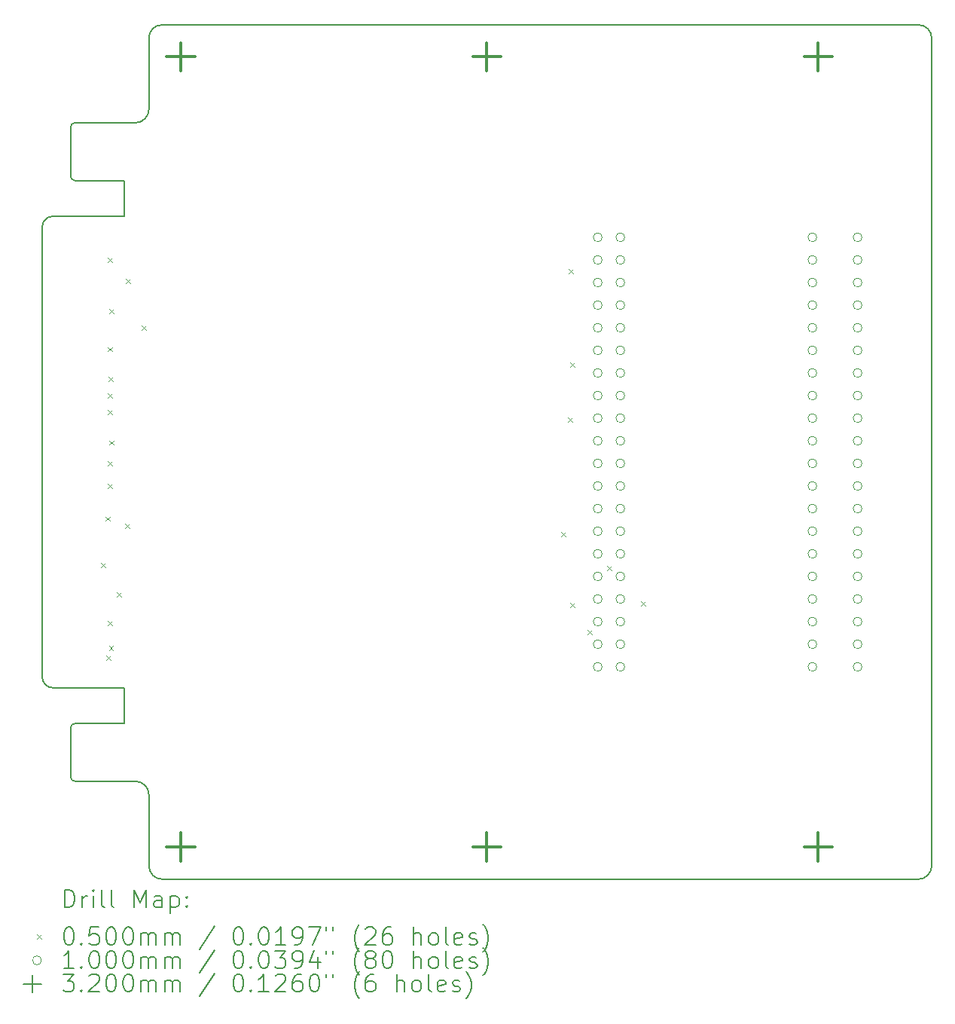
<source format=gbr>
%TF.GenerationSoftware,KiCad,Pcbnew,7.0.10-7.0.10~ubuntu22.04.1*%
%TF.CreationDate,2024-01-31T00:34:11-08:00*%
%TF.ProjectId,r11,7231312e-6b69-4636-9164-5f7063625858,rev?*%
%TF.SameCoordinates,Original*%
%TF.FileFunction,Drillmap*%
%TF.FilePolarity,Positive*%
%FSLAX45Y45*%
G04 Gerber Fmt 4.5, Leading zero omitted, Abs format (unit mm)*
G04 Created by KiCad (PCBNEW 7.0.10-7.0.10~ubuntu22.04.1) date 2024-01-31 00:34:11*
%MOMM*%
%LPD*%
G01*
G04 APERTURE LIST*
%ADD10C,0.150000*%
%ADD11C,0.200000*%
%ADD12C,0.100000*%
%ADD13C,0.320000*%
G04 APERTURE END LIST*
D10*
X15160600Y-1854800D02*
X14960600Y-1854800D01*
X15310600Y-11304800D02*
X15310600Y-2004800D01*
X14960600Y-11454800D02*
X15160600Y-11454800D01*
X6510600Y-2004800D02*
X6510600Y-2804800D01*
X14960600Y-1854800D02*
X6660600Y-1854800D01*
X6660600Y-11454800D02*
X14960600Y-11454800D01*
X6510600Y-10504800D02*
X6510600Y-11304800D01*
X5680600Y-10354800D02*
X6360600Y-10354800D01*
X5630600Y-9754800D02*
X5630600Y-10304800D01*
X5680600Y-9704800D02*
X6230600Y-9704800D01*
X5680600Y-2954800D02*
X6360600Y-2954800D01*
X5630600Y-3004800D02*
X5630600Y-3554800D01*
X5680600Y-3604800D02*
X6230600Y-3604800D01*
X5630600Y-10304800D02*
G75*
G03*
X5680600Y-10354800I50000J0D01*
G01*
X5680600Y-9704800D02*
G75*
G03*
X5630600Y-9754800I0J-50000D01*
G01*
X6510600Y-10504800D02*
G75*
G03*
X6360600Y-10354800I-150000J0D01*
G01*
X6510600Y-11304800D02*
G75*
G03*
X6660600Y-11454800I150000J0D01*
G01*
X15160600Y-11454800D02*
G75*
G03*
X15310600Y-11304800I0J150000D01*
G01*
X15310600Y-2004800D02*
G75*
G03*
X15160600Y-1854800I-150000J0D01*
G01*
X6660600Y-1854800D02*
G75*
G03*
X6510600Y-2004800I0J-150000D01*
G01*
X6360600Y-2954800D02*
G75*
G03*
X6510600Y-2804800I0J150000D01*
G01*
X5680600Y-2954800D02*
G75*
G03*
X5630600Y-3004800I0J-50000D01*
G01*
X5630600Y-3554800D02*
G75*
G03*
X5680600Y-3604800I50000J0D01*
G01*
X5310600Y-4129800D02*
X5310600Y-4154800D01*
X5435600Y-4004800D02*
X5510600Y-4004800D01*
X5435600Y-4004800D02*
G75*
G03*
X5310600Y-4129800I0J-125000D01*
G01*
X5310600Y-9179800D02*
X5310600Y-9154800D01*
X5435600Y-9304800D02*
X5510600Y-9304800D01*
X5310600Y-9179800D02*
G75*
G03*
X5435600Y-9304800I125000J0D01*
G01*
X6230600Y-9304800D02*
X6230600Y-9704800D01*
X5510600Y-9304800D02*
X6230600Y-9304800D01*
X6230600Y-4004800D02*
X6230600Y-3604800D01*
X5510600Y-4004800D02*
X6230600Y-4004800D01*
X5310600Y-4154800D02*
X5310600Y-9154800D01*
D11*
D12*
X5971900Y-7899800D02*
X6021900Y-7949800D01*
X6021900Y-7899800D02*
X5971900Y-7949800D01*
X6019790Y-7379840D02*
X6069790Y-7429840D01*
X6069790Y-7379840D02*
X6019790Y-7429840D01*
X6030680Y-8938600D02*
X6080680Y-8988600D01*
X6080680Y-8938600D02*
X6030680Y-8988600D01*
X6045280Y-5475240D02*
X6095280Y-5525240D01*
X6095280Y-5475240D02*
X6045280Y-5525240D01*
X6045280Y-7014600D02*
X6095280Y-7064600D01*
X6095280Y-7014600D02*
X6045280Y-7064600D01*
X6045300Y-6756800D02*
X6095300Y-6806800D01*
X6095300Y-6756800D02*
X6045300Y-6806800D01*
X6047200Y-4470800D02*
X6097200Y-4520800D01*
X6097200Y-4470800D02*
X6047200Y-4520800D01*
X6047200Y-5994800D02*
X6097200Y-6044800D01*
X6097200Y-5994800D02*
X6047200Y-6044800D01*
X6048580Y-6185300D02*
X6098580Y-6235300D01*
X6098580Y-6185300D02*
X6048580Y-6235300D01*
X6049080Y-8554120D02*
X6099080Y-8604120D01*
X6099080Y-8554120D02*
X6049080Y-8604120D01*
X6060170Y-5813410D02*
X6110170Y-5863410D01*
X6110170Y-5813410D02*
X6060170Y-5863410D01*
X6061310Y-8830840D02*
X6111310Y-8880840D01*
X6111310Y-8830840D02*
X6061310Y-8880840D01*
X6061710Y-6525330D02*
X6111710Y-6575330D01*
X6111710Y-6525330D02*
X6061710Y-6575330D01*
X6062860Y-5048720D02*
X6112860Y-5098720D01*
X6112860Y-5048720D02*
X6062860Y-5098720D01*
X6147200Y-8230000D02*
X6197200Y-8280000D01*
X6197200Y-8230000D02*
X6147200Y-8280000D01*
X6245320Y-7457530D02*
X6295320Y-7507530D01*
X6295320Y-7457530D02*
X6245320Y-7507530D01*
X6248800Y-4705800D02*
X6298800Y-4755800D01*
X6298800Y-4705800D02*
X6248800Y-4755800D01*
X6426600Y-5232800D02*
X6476600Y-5282800D01*
X6476600Y-5232800D02*
X6426600Y-5282800D01*
X11146050Y-7557290D02*
X11196050Y-7607290D01*
X11196050Y-7557290D02*
X11146050Y-7607290D01*
X11222230Y-6262990D02*
X11272230Y-6312990D01*
X11272230Y-6262990D02*
X11222230Y-6312990D01*
X11231120Y-4595800D02*
X11281120Y-4645800D01*
X11281120Y-4595800D02*
X11231120Y-4645800D01*
X11249150Y-5649550D02*
X11299150Y-5699550D01*
X11299150Y-5649550D02*
X11249150Y-5699550D01*
X11249150Y-8348280D02*
X11299150Y-8398280D01*
X11299150Y-8348280D02*
X11249150Y-8398280D01*
X11443150Y-8656500D02*
X11493150Y-8706500D01*
X11493150Y-8656500D02*
X11443150Y-8706500D01*
X11665410Y-7932420D02*
X11715410Y-7982420D01*
X11715410Y-7932420D02*
X11665410Y-7982420D01*
X12041810Y-8329850D02*
X12091810Y-8379850D01*
X12091810Y-8329850D02*
X12041810Y-8379850D01*
X11607000Y-4241800D02*
G75*
G03*
X11507000Y-4241800I-50000J0D01*
G01*
X11507000Y-4241800D02*
G75*
G03*
X11607000Y-4241800I50000J0D01*
G01*
X11607000Y-4495800D02*
G75*
G03*
X11507000Y-4495800I-50000J0D01*
G01*
X11507000Y-4495800D02*
G75*
G03*
X11607000Y-4495800I50000J0D01*
G01*
X11607000Y-4749800D02*
G75*
G03*
X11507000Y-4749800I-50000J0D01*
G01*
X11507000Y-4749800D02*
G75*
G03*
X11607000Y-4749800I50000J0D01*
G01*
X11607000Y-5003800D02*
G75*
G03*
X11507000Y-5003800I-50000J0D01*
G01*
X11507000Y-5003800D02*
G75*
G03*
X11607000Y-5003800I50000J0D01*
G01*
X11607000Y-5257800D02*
G75*
G03*
X11507000Y-5257800I-50000J0D01*
G01*
X11507000Y-5257800D02*
G75*
G03*
X11607000Y-5257800I50000J0D01*
G01*
X11607000Y-5511800D02*
G75*
G03*
X11507000Y-5511800I-50000J0D01*
G01*
X11507000Y-5511800D02*
G75*
G03*
X11607000Y-5511800I50000J0D01*
G01*
X11607000Y-5765800D02*
G75*
G03*
X11507000Y-5765800I-50000J0D01*
G01*
X11507000Y-5765800D02*
G75*
G03*
X11607000Y-5765800I50000J0D01*
G01*
X11607000Y-6019800D02*
G75*
G03*
X11507000Y-6019800I-50000J0D01*
G01*
X11507000Y-6019800D02*
G75*
G03*
X11607000Y-6019800I50000J0D01*
G01*
X11607000Y-6273800D02*
G75*
G03*
X11507000Y-6273800I-50000J0D01*
G01*
X11507000Y-6273800D02*
G75*
G03*
X11607000Y-6273800I50000J0D01*
G01*
X11607000Y-6527800D02*
G75*
G03*
X11507000Y-6527800I-50000J0D01*
G01*
X11507000Y-6527800D02*
G75*
G03*
X11607000Y-6527800I50000J0D01*
G01*
X11607000Y-6781800D02*
G75*
G03*
X11507000Y-6781800I-50000J0D01*
G01*
X11507000Y-6781800D02*
G75*
G03*
X11607000Y-6781800I50000J0D01*
G01*
X11607000Y-7035800D02*
G75*
G03*
X11507000Y-7035800I-50000J0D01*
G01*
X11507000Y-7035800D02*
G75*
G03*
X11607000Y-7035800I50000J0D01*
G01*
X11607000Y-7289800D02*
G75*
G03*
X11507000Y-7289800I-50000J0D01*
G01*
X11507000Y-7289800D02*
G75*
G03*
X11607000Y-7289800I50000J0D01*
G01*
X11607000Y-7543800D02*
G75*
G03*
X11507000Y-7543800I-50000J0D01*
G01*
X11507000Y-7543800D02*
G75*
G03*
X11607000Y-7543800I50000J0D01*
G01*
X11607000Y-7797800D02*
G75*
G03*
X11507000Y-7797800I-50000J0D01*
G01*
X11507000Y-7797800D02*
G75*
G03*
X11607000Y-7797800I50000J0D01*
G01*
X11607000Y-8051800D02*
G75*
G03*
X11507000Y-8051800I-50000J0D01*
G01*
X11507000Y-8051800D02*
G75*
G03*
X11607000Y-8051800I50000J0D01*
G01*
X11607000Y-8305800D02*
G75*
G03*
X11507000Y-8305800I-50000J0D01*
G01*
X11507000Y-8305800D02*
G75*
G03*
X11607000Y-8305800I50000J0D01*
G01*
X11607000Y-8559800D02*
G75*
G03*
X11507000Y-8559800I-50000J0D01*
G01*
X11507000Y-8559800D02*
G75*
G03*
X11607000Y-8559800I50000J0D01*
G01*
X11607000Y-8813800D02*
G75*
G03*
X11507000Y-8813800I-50000J0D01*
G01*
X11507000Y-8813800D02*
G75*
G03*
X11607000Y-8813800I50000J0D01*
G01*
X11607000Y-9067800D02*
G75*
G03*
X11507000Y-9067800I-50000J0D01*
G01*
X11507000Y-9067800D02*
G75*
G03*
X11607000Y-9067800I50000J0D01*
G01*
X11861000Y-4241800D02*
G75*
G03*
X11761000Y-4241800I-50000J0D01*
G01*
X11761000Y-4241800D02*
G75*
G03*
X11861000Y-4241800I50000J0D01*
G01*
X11861000Y-4495800D02*
G75*
G03*
X11761000Y-4495800I-50000J0D01*
G01*
X11761000Y-4495800D02*
G75*
G03*
X11861000Y-4495800I50000J0D01*
G01*
X11861000Y-4749800D02*
G75*
G03*
X11761000Y-4749800I-50000J0D01*
G01*
X11761000Y-4749800D02*
G75*
G03*
X11861000Y-4749800I50000J0D01*
G01*
X11861000Y-5003800D02*
G75*
G03*
X11761000Y-5003800I-50000J0D01*
G01*
X11761000Y-5003800D02*
G75*
G03*
X11861000Y-5003800I50000J0D01*
G01*
X11861000Y-5257800D02*
G75*
G03*
X11761000Y-5257800I-50000J0D01*
G01*
X11761000Y-5257800D02*
G75*
G03*
X11861000Y-5257800I50000J0D01*
G01*
X11861000Y-5511800D02*
G75*
G03*
X11761000Y-5511800I-50000J0D01*
G01*
X11761000Y-5511800D02*
G75*
G03*
X11861000Y-5511800I50000J0D01*
G01*
X11861000Y-5765800D02*
G75*
G03*
X11761000Y-5765800I-50000J0D01*
G01*
X11761000Y-5765800D02*
G75*
G03*
X11861000Y-5765800I50000J0D01*
G01*
X11861000Y-6019800D02*
G75*
G03*
X11761000Y-6019800I-50000J0D01*
G01*
X11761000Y-6019800D02*
G75*
G03*
X11861000Y-6019800I50000J0D01*
G01*
X11861000Y-6273800D02*
G75*
G03*
X11761000Y-6273800I-50000J0D01*
G01*
X11761000Y-6273800D02*
G75*
G03*
X11861000Y-6273800I50000J0D01*
G01*
X11861000Y-6527800D02*
G75*
G03*
X11761000Y-6527800I-50000J0D01*
G01*
X11761000Y-6527800D02*
G75*
G03*
X11861000Y-6527800I50000J0D01*
G01*
X11861000Y-6781800D02*
G75*
G03*
X11761000Y-6781800I-50000J0D01*
G01*
X11761000Y-6781800D02*
G75*
G03*
X11861000Y-6781800I50000J0D01*
G01*
X11861000Y-7035800D02*
G75*
G03*
X11761000Y-7035800I-50000J0D01*
G01*
X11761000Y-7035800D02*
G75*
G03*
X11861000Y-7035800I50000J0D01*
G01*
X11861000Y-7289800D02*
G75*
G03*
X11761000Y-7289800I-50000J0D01*
G01*
X11761000Y-7289800D02*
G75*
G03*
X11861000Y-7289800I50000J0D01*
G01*
X11861000Y-7543800D02*
G75*
G03*
X11761000Y-7543800I-50000J0D01*
G01*
X11761000Y-7543800D02*
G75*
G03*
X11861000Y-7543800I50000J0D01*
G01*
X11861000Y-7797800D02*
G75*
G03*
X11761000Y-7797800I-50000J0D01*
G01*
X11761000Y-7797800D02*
G75*
G03*
X11861000Y-7797800I50000J0D01*
G01*
X11861000Y-8051800D02*
G75*
G03*
X11761000Y-8051800I-50000J0D01*
G01*
X11761000Y-8051800D02*
G75*
G03*
X11861000Y-8051800I50000J0D01*
G01*
X11861000Y-8305800D02*
G75*
G03*
X11761000Y-8305800I-50000J0D01*
G01*
X11761000Y-8305800D02*
G75*
G03*
X11861000Y-8305800I50000J0D01*
G01*
X11861000Y-8559800D02*
G75*
G03*
X11761000Y-8559800I-50000J0D01*
G01*
X11761000Y-8559800D02*
G75*
G03*
X11861000Y-8559800I50000J0D01*
G01*
X11861000Y-8813800D02*
G75*
G03*
X11761000Y-8813800I-50000J0D01*
G01*
X11761000Y-8813800D02*
G75*
G03*
X11861000Y-8813800I50000J0D01*
G01*
X11861000Y-9067800D02*
G75*
G03*
X11761000Y-9067800I-50000J0D01*
G01*
X11761000Y-9067800D02*
G75*
G03*
X11861000Y-9067800I50000J0D01*
G01*
X14020000Y-4241800D02*
G75*
G03*
X13920000Y-4241800I-50000J0D01*
G01*
X13920000Y-4241800D02*
G75*
G03*
X14020000Y-4241800I50000J0D01*
G01*
X14020000Y-4495800D02*
G75*
G03*
X13920000Y-4495800I-50000J0D01*
G01*
X13920000Y-4495800D02*
G75*
G03*
X14020000Y-4495800I50000J0D01*
G01*
X14020000Y-4749800D02*
G75*
G03*
X13920000Y-4749800I-50000J0D01*
G01*
X13920000Y-4749800D02*
G75*
G03*
X14020000Y-4749800I50000J0D01*
G01*
X14020000Y-5003800D02*
G75*
G03*
X13920000Y-5003800I-50000J0D01*
G01*
X13920000Y-5003800D02*
G75*
G03*
X14020000Y-5003800I50000J0D01*
G01*
X14020000Y-5257800D02*
G75*
G03*
X13920000Y-5257800I-50000J0D01*
G01*
X13920000Y-5257800D02*
G75*
G03*
X14020000Y-5257800I50000J0D01*
G01*
X14020000Y-5511800D02*
G75*
G03*
X13920000Y-5511800I-50000J0D01*
G01*
X13920000Y-5511800D02*
G75*
G03*
X14020000Y-5511800I50000J0D01*
G01*
X14020000Y-5765800D02*
G75*
G03*
X13920000Y-5765800I-50000J0D01*
G01*
X13920000Y-5765800D02*
G75*
G03*
X14020000Y-5765800I50000J0D01*
G01*
X14020000Y-6019800D02*
G75*
G03*
X13920000Y-6019800I-50000J0D01*
G01*
X13920000Y-6019800D02*
G75*
G03*
X14020000Y-6019800I50000J0D01*
G01*
X14020000Y-6273800D02*
G75*
G03*
X13920000Y-6273800I-50000J0D01*
G01*
X13920000Y-6273800D02*
G75*
G03*
X14020000Y-6273800I50000J0D01*
G01*
X14020000Y-6527800D02*
G75*
G03*
X13920000Y-6527800I-50000J0D01*
G01*
X13920000Y-6527800D02*
G75*
G03*
X14020000Y-6527800I50000J0D01*
G01*
X14020000Y-6781800D02*
G75*
G03*
X13920000Y-6781800I-50000J0D01*
G01*
X13920000Y-6781800D02*
G75*
G03*
X14020000Y-6781800I50000J0D01*
G01*
X14020000Y-7035800D02*
G75*
G03*
X13920000Y-7035800I-50000J0D01*
G01*
X13920000Y-7035800D02*
G75*
G03*
X14020000Y-7035800I50000J0D01*
G01*
X14020000Y-7289800D02*
G75*
G03*
X13920000Y-7289800I-50000J0D01*
G01*
X13920000Y-7289800D02*
G75*
G03*
X14020000Y-7289800I50000J0D01*
G01*
X14020000Y-7543800D02*
G75*
G03*
X13920000Y-7543800I-50000J0D01*
G01*
X13920000Y-7543800D02*
G75*
G03*
X14020000Y-7543800I50000J0D01*
G01*
X14020000Y-7797800D02*
G75*
G03*
X13920000Y-7797800I-50000J0D01*
G01*
X13920000Y-7797800D02*
G75*
G03*
X14020000Y-7797800I50000J0D01*
G01*
X14020000Y-8051800D02*
G75*
G03*
X13920000Y-8051800I-50000J0D01*
G01*
X13920000Y-8051800D02*
G75*
G03*
X14020000Y-8051800I50000J0D01*
G01*
X14020000Y-8305800D02*
G75*
G03*
X13920000Y-8305800I-50000J0D01*
G01*
X13920000Y-8305800D02*
G75*
G03*
X14020000Y-8305800I50000J0D01*
G01*
X14020000Y-8559800D02*
G75*
G03*
X13920000Y-8559800I-50000J0D01*
G01*
X13920000Y-8559800D02*
G75*
G03*
X14020000Y-8559800I50000J0D01*
G01*
X14020000Y-8813800D02*
G75*
G03*
X13920000Y-8813800I-50000J0D01*
G01*
X13920000Y-8813800D02*
G75*
G03*
X14020000Y-8813800I50000J0D01*
G01*
X14020000Y-9067800D02*
G75*
G03*
X13920000Y-9067800I-50000J0D01*
G01*
X13920000Y-9067800D02*
G75*
G03*
X14020000Y-9067800I50000J0D01*
G01*
X14528000Y-4241800D02*
G75*
G03*
X14428000Y-4241800I-50000J0D01*
G01*
X14428000Y-4241800D02*
G75*
G03*
X14528000Y-4241800I50000J0D01*
G01*
X14528000Y-4495800D02*
G75*
G03*
X14428000Y-4495800I-50000J0D01*
G01*
X14428000Y-4495800D02*
G75*
G03*
X14528000Y-4495800I50000J0D01*
G01*
X14528000Y-4749800D02*
G75*
G03*
X14428000Y-4749800I-50000J0D01*
G01*
X14428000Y-4749800D02*
G75*
G03*
X14528000Y-4749800I50000J0D01*
G01*
X14528000Y-5003800D02*
G75*
G03*
X14428000Y-5003800I-50000J0D01*
G01*
X14428000Y-5003800D02*
G75*
G03*
X14528000Y-5003800I50000J0D01*
G01*
X14528000Y-5257800D02*
G75*
G03*
X14428000Y-5257800I-50000J0D01*
G01*
X14428000Y-5257800D02*
G75*
G03*
X14528000Y-5257800I50000J0D01*
G01*
X14528000Y-5511800D02*
G75*
G03*
X14428000Y-5511800I-50000J0D01*
G01*
X14428000Y-5511800D02*
G75*
G03*
X14528000Y-5511800I50000J0D01*
G01*
X14528000Y-5765800D02*
G75*
G03*
X14428000Y-5765800I-50000J0D01*
G01*
X14428000Y-5765800D02*
G75*
G03*
X14528000Y-5765800I50000J0D01*
G01*
X14528000Y-6019800D02*
G75*
G03*
X14428000Y-6019800I-50000J0D01*
G01*
X14428000Y-6019800D02*
G75*
G03*
X14528000Y-6019800I50000J0D01*
G01*
X14528000Y-6273800D02*
G75*
G03*
X14428000Y-6273800I-50000J0D01*
G01*
X14428000Y-6273800D02*
G75*
G03*
X14528000Y-6273800I50000J0D01*
G01*
X14528000Y-6527800D02*
G75*
G03*
X14428000Y-6527800I-50000J0D01*
G01*
X14428000Y-6527800D02*
G75*
G03*
X14528000Y-6527800I50000J0D01*
G01*
X14528000Y-6781800D02*
G75*
G03*
X14428000Y-6781800I-50000J0D01*
G01*
X14428000Y-6781800D02*
G75*
G03*
X14528000Y-6781800I50000J0D01*
G01*
X14528000Y-7035800D02*
G75*
G03*
X14428000Y-7035800I-50000J0D01*
G01*
X14428000Y-7035800D02*
G75*
G03*
X14528000Y-7035800I50000J0D01*
G01*
X14528000Y-7289800D02*
G75*
G03*
X14428000Y-7289800I-50000J0D01*
G01*
X14428000Y-7289800D02*
G75*
G03*
X14528000Y-7289800I50000J0D01*
G01*
X14528000Y-7543800D02*
G75*
G03*
X14428000Y-7543800I-50000J0D01*
G01*
X14428000Y-7543800D02*
G75*
G03*
X14528000Y-7543800I50000J0D01*
G01*
X14528000Y-7797800D02*
G75*
G03*
X14428000Y-7797800I-50000J0D01*
G01*
X14428000Y-7797800D02*
G75*
G03*
X14528000Y-7797800I50000J0D01*
G01*
X14528000Y-8051800D02*
G75*
G03*
X14428000Y-8051800I-50000J0D01*
G01*
X14428000Y-8051800D02*
G75*
G03*
X14528000Y-8051800I50000J0D01*
G01*
X14528000Y-8305800D02*
G75*
G03*
X14428000Y-8305800I-50000J0D01*
G01*
X14428000Y-8305800D02*
G75*
G03*
X14528000Y-8305800I50000J0D01*
G01*
X14528000Y-8559800D02*
G75*
G03*
X14428000Y-8559800I-50000J0D01*
G01*
X14428000Y-8559800D02*
G75*
G03*
X14528000Y-8559800I50000J0D01*
G01*
X14528000Y-8813800D02*
G75*
G03*
X14428000Y-8813800I-50000J0D01*
G01*
X14428000Y-8813800D02*
G75*
G03*
X14528000Y-8813800I50000J0D01*
G01*
X14528000Y-9067800D02*
G75*
G03*
X14428000Y-9067800I-50000J0D01*
G01*
X14428000Y-9067800D02*
G75*
G03*
X14528000Y-9067800I50000J0D01*
G01*
D13*
X6870600Y-2054800D02*
X6870600Y-2374800D01*
X6710600Y-2214800D02*
X7030600Y-2214800D01*
X6870600Y-10934800D02*
X6870600Y-11254800D01*
X6710600Y-11094800D02*
X7030600Y-11094800D01*
X10310600Y-2054800D02*
X10310600Y-2374800D01*
X10150600Y-2214800D02*
X10470600Y-2214800D01*
X10310600Y-10934800D02*
X10310600Y-11254800D01*
X10150600Y-11094800D02*
X10470600Y-11094800D01*
X14035600Y-2054800D02*
X14035600Y-2374800D01*
X13875600Y-2214800D02*
X14195600Y-2214800D01*
X14035600Y-10934800D02*
X14035600Y-11254800D01*
X13875600Y-11094800D02*
X14195600Y-11094800D01*
D11*
X5563877Y-11773784D02*
X5563877Y-11573784D01*
X5563877Y-11573784D02*
X5611496Y-11573784D01*
X5611496Y-11573784D02*
X5640067Y-11583308D01*
X5640067Y-11583308D02*
X5659115Y-11602355D01*
X5659115Y-11602355D02*
X5668639Y-11621403D01*
X5668639Y-11621403D02*
X5678162Y-11659498D01*
X5678162Y-11659498D02*
X5678162Y-11688069D01*
X5678162Y-11688069D02*
X5668639Y-11726165D01*
X5668639Y-11726165D02*
X5659115Y-11745212D01*
X5659115Y-11745212D02*
X5640067Y-11764260D01*
X5640067Y-11764260D02*
X5611496Y-11773784D01*
X5611496Y-11773784D02*
X5563877Y-11773784D01*
X5763877Y-11773784D02*
X5763877Y-11640450D01*
X5763877Y-11678546D02*
X5773401Y-11659498D01*
X5773401Y-11659498D02*
X5782924Y-11649974D01*
X5782924Y-11649974D02*
X5801972Y-11640450D01*
X5801972Y-11640450D02*
X5821020Y-11640450D01*
X5887686Y-11773784D02*
X5887686Y-11640450D01*
X5887686Y-11573784D02*
X5878162Y-11583308D01*
X5878162Y-11583308D02*
X5887686Y-11592831D01*
X5887686Y-11592831D02*
X5897210Y-11583308D01*
X5897210Y-11583308D02*
X5887686Y-11573784D01*
X5887686Y-11573784D02*
X5887686Y-11592831D01*
X6011496Y-11773784D02*
X5992448Y-11764260D01*
X5992448Y-11764260D02*
X5982924Y-11745212D01*
X5982924Y-11745212D02*
X5982924Y-11573784D01*
X6116258Y-11773784D02*
X6097210Y-11764260D01*
X6097210Y-11764260D02*
X6087686Y-11745212D01*
X6087686Y-11745212D02*
X6087686Y-11573784D01*
X6344829Y-11773784D02*
X6344829Y-11573784D01*
X6344829Y-11573784D02*
X6411496Y-11716641D01*
X6411496Y-11716641D02*
X6478162Y-11573784D01*
X6478162Y-11573784D02*
X6478162Y-11773784D01*
X6659115Y-11773784D02*
X6659115Y-11669022D01*
X6659115Y-11669022D02*
X6649591Y-11649974D01*
X6649591Y-11649974D02*
X6630543Y-11640450D01*
X6630543Y-11640450D02*
X6592448Y-11640450D01*
X6592448Y-11640450D02*
X6573401Y-11649974D01*
X6659115Y-11764260D02*
X6640067Y-11773784D01*
X6640067Y-11773784D02*
X6592448Y-11773784D01*
X6592448Y-11773784D02*
X6573401Y-11764260D01*
X6573401Y-11764260D02*
X6563877Y-11745212D01*
X6563877Y-11745212D02*
X6563877Y-11726165D01*
X6563877Y-11726165D02*
X6573401Y-11707117D01*
X6573401Y-11707117D02*
X6592448Y-11697593D01*
X6592448Y-11697593D02*
X6640067Y-11697593D01*
X6640067Y-11697593D02*
X6659115Y-11688069D01*
X6754353Y-11640450D02*
X6754353Y-11840450D01*
X6754353Y-11649974D02*
X6773401Y-11640450D01*
X6773401Y-11640450D02*
X6811496Y-11640450D01*
X6811496Y-11640450D02*
X6830543Y-11649974D01*
X6830543Y-11649974D02*
X6840067Y-11659498D01*
X6840067Y-11659498D02*
X6849591Y-11678546D01*
X6849591Y-11678546D02*
X6849591Y-11735688D01*
X6849591Y-11735688D02*
X6840067Y-11754736D01*
X6840067Y-11754736D02*
X6830543Y-11764260D01*
X6830543Y-11764260D02*
X6811496Y-11773784D01*
X6811496Y-11773784D02*
X6773401Y-11773784D01*
X6773401Y-11773784D02*
X6754353Y-11764260D01*
X6935305Y-11754736D02*
X6944829Y-11764260D01*
X6944829Y-11764260D02*
X6935305Y-11773784D01*
X6935305Y-11773784D02*
X6925782Y-11764260D01*
X6925782Y-11764260D02*
X6935305Y-11754736D01*
X6935305Y-11754736D02*
X6935305Y-11773784D01*
X6935305Y-11649974D02*
X6944829Y-11659498D01*
X6944829Y-11659498D02*
X6935305Y-11669022D01*
X6935305Y-11669022D02*
X6925782Y-11659498D01*
X6925782Y-11659498D02*
X6935305Y-11649974D01*
X6935305Y-11649974D02*
X6935305Y-11669022D01*
D12*
X5253100Y-12077300D02*
X5303100Y-12127300D01*
X5303100Y-12077300D02*
X5253100Y-12127300D01*
D11*
X5601972Y-11993784D02*
X5621020Y-11993784D01*
X5621020Y-11993784D02*
X5640067Y-12003308D01*
X5640067Y-12003308D02*
X5649591Y-12012831D01*
X5649591Y-12012831D02*
X5659115Y-12031879D01*
X5659115Y-12031879D02*
X5668639Y-12069974D01*
X5668639Y-12069974D02*
X5668639Y-12117593D01*
X5668639Y-12117593D02*
X5659115Y-12155688D01*
X5659115Y-12155688D02*
X5649591Y-12174736D01*
X5649591Y-12174736D02*
X5640067Y-12184260D01*
X5640067Y-12184260D02*
X5621020Y-12193784D01*
X5621020Y-12193784D02*
X5601972Y-12193784D01*
X5601972Y-12193784D02*
X5582924Y-12184260D01*
X5582924Y-12184260D02*
X5573401Y-12174736D01*
X5573401Y-12174736D02*
X5563877Y-12155688D01*
X5563877Y-12155688D02*
X5554353Y-12117593D01*
X5554353Y-12117593D02*
X5554353Y-12069974D01*
X5554353Y-12069974D02*
X5563877Y-12031879D01*
X5563877Y-12031879D02*
X5573401Y-12012831D01*
X5573401Y-12012831D02*
X5582924Y-12003308D01*
X5582924Y-12003308D02*
X5601972Y-11993784D01*
X5754353Y-12174736D02*
X5763877Y-12184260D01*
X5763877Y-12184260D02*
X5754353Y-12193784D01*
X5754353Y-12193784D02*
X5744829Y-12184260D01*
X5744829Y-12184260D02*
X5754353Y-12174736D01*
X5754353Y-12174736D02*
X5754353Y-12193784D01*
X5944829Y-11993784D02*
X5849591Y-11993784D01*
X5849591Y-11993784D02*
X5840067Y-12089022D01*
X5840067Y-12089022D02*
X5849591Y-12079498D01*
X5849591Y-12079498D02*
X5868639Y-12069974D01*
X5868639Y-12069974D02*
X5916258Y-12069974D01*
X5916258Y-12069974D02*
X5935305Y-12079498D01*
X5935305Y-12079498D02*
X5944829Y-12089022D01*
X5944829Y-12089022D02*
X5954353Y-12108069D01*
X5954353Y-12108069D02*
X5954353Y-12155688D01*
X5954353Y-12155688D02*
X5944829Y-12174736D01*
X5944829Y-12174736D02*
X5935305Y-12184260D01*
X5935305Y-12184260D02*
X5916258Y-12193784D01*
X5916258Y-12193784D02*
X5868639Y-12193784D01*
X5868639Y-12193784D02*
X5849591Y-12184260D01*
X5849591Y-12184260D02*
X5840067Y-12174736D01*
X6078162Y-11993784D02*
X6097210Y-11993784D01*
X6097210Y-11993784D02*
X6116258Y-12003308D01*
X6116258Y-12003308D02*
X6125782Y-12012831D01*
X6125782Y-12012831D02*
X6135305Y-12031879D01*
X6135305Y-12031879D02*
X6144829Y-12069974D01*
X6144829Y-12069974D02*
X6144829Y-12117593D01*
X6144829Y-12117593D02*
X6135305Y-12155688D01*
X6135305Y-12155688D02*
X6125782Y-12174736D01*
X6125782Y-12174736D02*
X6116258Y-12184260D01*
X6116258Y-12184260D02*
X6097210Y-12193784D01*
X6097210Y-12193784D02*
X6078162Y-12193784D01*
X6078162Y-12193784D02*
X6059115Y-12184260D01*
X6059115Y-12184260D02*
X6049591Y-12174736D01*
X6049591Y-12174736D02*
X6040067Y-12155688D01*
X6040067Y-12155688D02*
X6030543Y-12117593D01*
X6030543Y-12117593D02*
X6030543Y-12069974D01*
X6030543Y-12069974D02*
X6040067Y-12031879D01*
X6040067Y-12031879D02*
X6049591Y-12012831D01*
X6049591Y-12012831D02*
X6059115Y-12003308D01*
X6059115Y-12003308D02*
X6078162Y-11993784D01*
X6268639Y-11993784D02*
X6287686Y-11993784D01*
X6287686Y-11993784D02*
X6306734Y-12003308D01*
X6306734Y-12003308D02*
X6316258Y-12012831D01*
X6316258Y-12012831D02*
X6325782Y-12031879D01*
X6325782Y-12031879D02*
X6335305Y-12069974D01*
X6335305Y-12069974D02*
X6335305Y-12117593D01*
X6335305Y-12117593D02*
X6325782Y-12155688D01*
X6325782Y-12155688D02*
X6316258Y-12174736D01*
X6316258Y-12174736D02*
X6306734Y-12184260D01*
X6306734Y-12184260D02*
X6287686Y-12193784D01*
X6287686Y-12193784D02*
X6268639Y-12193784D01*
X6268639Y-12193784D02*
X6249591Y-12184260D01*
X6249591Y-12184260D02*
X6240067Y-12174736D01*
X6240067Y-12174736D02*
X6230543Y-12155688D01*
X6230543Y-12155688D02*
X6221020Y-12117593D01*
X6221020Y-12117593D02*
X6221020Y-12069974D01*
X6221020Y-12069974D02*
X6230543Y-12031879D01*
X6230543Y-12031879D02*
X6240067Y-12012831D01*
X6240067Y-12012831D02*
X6249591Y-12003308D01*
X6249591Y-12003308D02*
X6268639Y-11993784D01*
X6421020Y-12193784D02*
X6421020Y-12060450D01*
X6421020Y-12079498D02*
X6430543Y-12069974D01*
X6430543Y-12069974D02*
X6449591Y-12060450D01*
X6449591Y-12060450D02*
X6478163Y-12060450D01*
X6478163Y-12060450D02*
X6497210Y-12069974D01*
X6497210Y-12069974D02*
X6506734Y-12089022D01*
X6506734Y-12089022D02*
X6506734Y-12193784D01*
X6506734Y-12089022D02*
X6516258Y-12069974D01*
X6516258Y-12069974D02*
X6535305Y-12060450D01*
X6535305Y-12060450D02*
X6563877Y-12060450D01*
X6563877Y-12060450D02*
X6582924Y-12069974D01*
X6582924Y-12069974D02*
X6592448Y-12089022D01*
X6592448Y-12089022D02*
X6592448Y-12193784D01*
X6687686Y-12193784D02*
X6687686Y-12060450D01*
X6687686Y-12079498D02*
X6697210Y-12069974D01*
X6697210Y-12069974D02*
X6716258Y-12060450D01*
X6716258Y-12060450D02*
X6744829Y-12060450D01*
X6744829Y-12060450D02*
X6763877Y-12069974D01*
X6763877Y-12069974D02*
X6773401Y-12089022D01*
X6773401Y-12089022D02*
X6773401Y-12193784D01*
X6773401Y-12089022D02*
X6782924Y-12069974D01*
X6782924Y-12069974D02*
X6801972Y-12060450D01*
X6801972Y-12060450D02*
X6830543Y-12060450D01*
X6830543Y-12060450D02*
X6849591Y-12069974D01*
X6849591Y-12069974D02*
X6859115Y-12089022D01*
X6859115Y-12089022D02*
X6859115Y-12193784D01*
X7249591Y-11984260D02*
X7078163Y-12241403D01*
X7506734Y-11993784D02*
X7525782Y-11993784D01*
X7525782Y-11993784D02*
X7544829Y-12003308D01*
X7544829Y-12003308D02*
X7554353Y-12012831D01*
X7554353Y-12012831D02*
X7563877Y-12031879D01*
X7563877Y-12031879D02*
X7573401Y-12069974D01*
X7573401Y-12069974D02*
X7573401Y-12117593D01*
X7573401Y-12117593D02*
X7563877Y-12155688D01*
X7563877Y-12155688D02*
X7554353Y-12174736D01*
X7554353Y-12174736D02*
X7544829Y-12184260D01*
X7544829Y-12184260D02*
X7525782Y-12193784D01*
X7525782Y-12193784D02*
X7506734Y-12193784D01*
X7506734Y-12193784D02*
X7487686Y-12184260D01*
X7487686Y-12184260D02*
X7478163Y-12174736D01*
X7478163Y-12174736D02*
X7468639Y-12155688D01*
X7468639Y-12155688D02*
X7459115Y-12117593D01*
X7459115Y-12117593D02*
X7459115Y-12069974D01*
X7459115Y-12069974D02*
X7468639Y-12031879D01*
X7468639Y-12031879D02*
X7478163Y-12012831D01*
X7478163Y-12012831D02*
X7487686Y-12003308D01*
X7487686Y-12003308D02*
X7506734Y-11993784D01*
X7659115Y-12174736D02*
X7668639Y-12184260D01*
X7668639Y-12184260D02*
X7659115Y-12193784D01*
X7659115Y-12193784D02*
X7649591Y-12184260D01*
X7649591Y-12184260D02*
X7659115Y-12174736D01*
X7659115Y-12174736D02*
X7659115Y-12193784D01*
X7792448Y-11993784D02*
X7811496Y-11993784D01*
X7811496Y-11993784D02*
X7830544Y-12003308D01*
X7830544Y-12003308D02*
X7840067Y-12012831D01*
X7840067Y-12012831D02*
X7849591Y-12031879D01*
X7849591Y-12031879D02*
X7859115Y-12069974D01*
X7859115Y-12069974D02*
X7859115Y-12117593D01*
X7859115Y-12117593D02*
X7849591Y-12155688D01*
X7849591Y-12155688D02*
X7840067Y-12174736D01*
X7840067Y-12174736D02*
X7830544Y-12184260D01*
X7830544Y-12184260D02*
X7811496Y-12193784D01*
X7811496Y-12193784D02*
X7792448Y-12193784D01*
X7792448Y-12193784D02*
X7773401Y-12184260D01*
X7773401Y-12184260D02*
X7763877Y-12174736D01*
X7763877Y-12174736D02*
X7754353Y-12155688D01*
X7754353Y-12155688D02*
X7744829Y-12117593D01*
X7744829Y-12117593D02*
X7744829Y-12069974D01*
X7744829Y-12069974D02*
X7754353Y-12031879D01*
X7754353Y-12031879D02*
X7763877Y-12012831D01*
X7763877Y-12012831D02*
X7773401Y-12003308D01*
X7773401Y-12003308D02*
X7792448Y-11993784D01*
X8049591Y-12193784D02*
X7935306Y-12193784D01*
X7992448Y-12193784D02*
X7992448Y-11993784D01*
X7992448Y-11993784D02*
X7973401Y-12022355D01*
X7973401Y-12022355D02*
X7954353Y-12041403D01*
X7954353Y-12041403D02*
X7935306Y-12050927D01*
X8144829Y-12193784D02*
X8182925Y-12193784D01*
X8182925Y-12193784D02*
X8201972Y-12184260D01*
X8201972Y-12184260D02*
X8211496Y-12174736D01*
X8211496Y-12174736D02*
X8230544Y-12146165D01*
X8230544Y-12146165D02*
X8240067Y-12108069D01*
X8240067Y-12108069D02*
X8240067Y-12031879D01*
X8240067Y-12031879D02*
X8230544Y-12012831D01*
X8230544Y-12012831D02*
X8221020Y-12003308D01*
X8221020Y-12003308D02*
X8201972Y-11993784D01*
X8201972Y-11993784D02*
X8163877Y-11993784D01*
X8163877Y-11993784D02*
X8144829Y-12003308D01*
X8144829Y-12003308D02*
X8135306Y-12012831D01*
X8135306Y-12012831D02*
X8125782Y-12031879D01*
X8125782Y-12031879D02*
X8125782Y-12079498D01*
X8125782Y-12079498D02*
X8135306Y-12098546D01*
X8135306Y-12098546D02*
X8144829Y-12108069D01*
X8144829Y-12108069D02*
X8163877Y-12117593D01*
X8163877Y-12117593D02*
X8201972Y-12117593D01*
X8201972Y-12117593D02*
X8221020Y-12108069D01*
X8221020Y-12108069D02*
X8230544Y-12098546D01*
X8230544Y-12098546D02*
X8240067Y-12079498D01*
X8306734Y-11993784D02*
X8440068Y-11993784D01*
X8440068Y-11993784D02*
X8354353Y-12193784D01*
X8506734Y-11993784D02*
X8506734Y-12031879D01*
X8582925Y-11993784D02*
X8582925Y-12031879D01*
X8878163Y-12269974D02*
X8868639Y-12260450D01*
X8868639Y-12260450D02*
X8849591Y-12231879D01*
X8849591Y-12231879D02*
X8840068Y-12212831D01*
X8840068Y-12212831D02*
X8830544Y-12184260D01*
X8830544Y-12184260D02*
X8821020Y-12136641D01*
X8821020Y-12136641D02*
X8821020Y-12098546D01*
X8821020Y-12098546D02*
X8830544Y-12050927D01*
X8830544Y-12050927D02*
X8840068Y-12022355D01*
X8840068Y-12022355D02*
X8849591Y-12003308D01*
X8849591Y-12003308D02*
X8868639Y-11974736D01*
X8868639Y-11974736D02*
X8878163Y-11965212D01*
X8944830Y-12012831D02*
X8954353Y-12003308D01*
X8954353Y-12003308D02*
X8973401Y-11993784D01*
X8973401Y-11993784D02*
X9021020Y-11993784D01*
X9021020Y-11993784D02*
X9040068Y-12003308D01*
X9040068Y-12003308D02*
X9049591Y-12012831D01*
X9049591Y-12012831D02*
X9059115Y-12031879D01*
X9059115Y-12031879D02*
X9059115Y-12050927D01*
X9059115Y-12050927D02*
X9049591Y-12079498D01*
X9049591Y-12079498D02*
X8935306Y-12193784D01*
X8935306Y-12193784D02*
X9059115Y-12193784D01*
X9230544Y-11993784D02*
X9192449Y-11993784D01*
X9192449Y-11993784D02*
X9173401Y-12003308D01*
X9173401Y-12003308D02*
X9163877Y-12012831D01*
X9163877Y-12012831D02*
X9144830Y-12041403D01*
X9144830Y-12041403D02*
X9135306Y-12079498D01*
X9135306Y-12079498D02*
X9135306Y-12155688D01*
X9135306Y-12155688D02*
X9144830Y-12174736D01*
X9144830Y-12174736D02*
X9154353Y-12184260D01*
X9154353Y-12184260D02*
X9173401Y-12193784D01*
X9173401Y-12193784D02*
X9211496Y-12193784D01*
X9211496Y-12193784D02*
X9230544Y-12184260D01*
X9230544Y-12184260D02*
X9240068Y-12174736D01*
X9240068Y-12174736D02*
X9249591Y-12155688D01*
X9249591Y-12155688D02*
X9249591Y-12108069D01*
X9249591Y-12108069D02*
X9240068Y-12089022D01*
X9240068Y-12089022D02*
X9230544Y-12079498D01*
X9230544Y-12079498D02*
X9211496Y-12069974D01*
X9211496Y-12069974D02*
X9173401Y-12069974D01*
X9173401Y-12069974D02*
X9154353Y-12079498D01*
X9154353Y-12079498D02*
X9144830Y-12089022D01*
X9144830Y-12089022D02*
X9135306Y-12108069D01*
X9487687Y-12193784D02*
X9487687Y-11993784D01*
X9573401Y-12193784D02*
X9573401Y-12089022D01*
X9573401Y-12089022D02*
X9563877Y-12069974D01*
X9563877Y-12069974D02*
X9544830Y-12060450D01*
X9544830Y-12060450D02*
X9516258Y-12060450D01*
X9516258Y-12060450D02*
X9497211Y-12069974D01*
X9497211Y-12069974D02*
X9487687Y-12079498D01*
X9697211Y-12193784D02*
X9678163Y-12184260D01*
X9678163Y-12184260D02*
X9668639Y-12174736D01*
X9668639Y-12174736D02*
X9659115Y-12155688D01*
X9659115Y-12155688D02*
X9659115Y-12098546D01*
X9659115Y-12098546D02*
X9668639Y-12079498D01*
X9668639Y-12079498D02*
X9678163Y-12069974D01*
X9678163Y-12069974D02*
X9697211Y-12060450D01*
X9697211Y-12060450D02*
X9725782Y-12060450D01*
X9725782Y-12060450D02*
X9744830Y-12069974D01*
X9744830Y-12069974D02*
X9754353Y-12079498D01*
X9754353Y-12079498D02*
X9763877Y-12098546D01*
X9763877Y-12098546D02*
X9763877Y-12155688D01*
X9763877Y-12155688D02*
X9754353Y-12174736D01*
X9754353Y-12174736D02*
X9744830Y-12184260D01*
X9744830Y-12184260D02*
X9725782Y-12193784D01*
X9725782Y-12193784D02*
X9697211Y-12193784D01*
X9878163Y-12193784D02*
X9859115Y-12184260D01*
X9859115Y-12184260D02*
X9849592Y-12165212D01*
X9849592Y-12165212D02*
X9849592Y-11993784D01*
X10030544Y-12184260D02*
X10011496Y-12193784D01*
X10011496Y-12193784D02*
X9973401Y-12193784D01*
X9973401Y-12193784D02*
X9954353Y-12184260D01*
X9954353Y-12184260D02*
X9944830Y-12165212D01*
X9944830Y-12165212D02*
X9944830Y-12089022D01*
X9944830Y-12089022D02*
X9954353Y-12069974D01*
X9954353Y-12069974D02*
X9973401Y-12060450D01*
X9973401Y-12060450D02*
X10011496Y-12060450D01*
X10011496Y-12060450D02*
X10030544Y-12069974D01*
X10030544Y-12069974D02*
X10040068Y-12089022D01*
X10040068Y-12089022D02*
X10040068Y-12108069D01*
X10040068Y-12108069D02*
X9944830Y-12127117D01*
X10116258Y-12184260D02*
X10135306Y-12193784D01*
X10135306Y-12193784D02*
X10173401Y-12193784D01*
X10173401Y-12193784D02*
X10192449Y-12184260D01*
X10192449Y-12184260D02*
X10201973Y-12165212D01*
X10201973Y-12165212D02*
X10201973Y-12155688D01*
X10201973Y-12155688D02*
X10192449Y-12136641D01*
X10192449Y-12136641D02*
X10173401Y-12127117D01*
X10173401Y-12127117D02*
X10144830Y-12127117D01*
X10144830Y-12127117D02*
X10125782Y-12117593D01*
X10125782Y-12117593D02*
X10116258Y-12098546D01*
X10116258Y-12098546D02*
X10116258Y-12089022D01*
X10116258Y-12089022D02*
X10125782Y-12069974D01*
X10125782Y-12069974D02*
X10144830Y-12060450D01*
X10144830Y-12060450D02*
X10173401Y-12060450D01*
X10173401Y-12060450D02*
X10192449Y-12069974D01*
X10268639Y-12269974D02*
X10278163Y-12260450D01*
X10278163Y-12260450D02*
X10297211Y-12231879D01*
X10297211Y-12231879D02*
X10306734Y-12212831D01*
X10306734Y-12212831D02*
X10316258Y-12184260D01*
X10316258Y-12184260D02*
X10325782Y-12136641D01*
X10325782Y-12136641D02*
X10325782Y-12098546D01*
X10325782Y-12098546D02*
X10316258Y-12050927D01*
X10316258Y-12050927D02*
X10306734Y-12022355D01*
X10306734Y-12022355D02*
X10297211Y-12003308D01*
X10297211Y-12003308D02*
X10278163Y-11974736D01*
X10278163Y-11974736D02*
X10268639Y-11965212D01*
D12*
X5303100Y-12366300D02*
G75*
G03*
X5203100Y-12366300I-50000J0D01*
G01*
X5203100Y-12366300D02*
G75*
G03*
X5303100Y-12366300I50000J0D01*
G01*
D11*
X5668639Y-12457784D02*
X5554353Y-12457784D01*
X5611496Y-12457784D02*
X5611496Y-12257784D01*
X5611496Y-12257784D02*
X5592448Y-12286355D01*
X5592448Y-12286355D02*
X5573401Y-12305403D01*
X5573401Y-12305403D02*
X5554353Y-12314927D01*
X5754353Y-12438736D02*
X5763877Y-12448260D01*
X5763877Y-12448260D02*
X5754353Y-12457784D01*
X5754353Y-12457784D02*
X5744829Y-12448260D01*
X5744829Y-12448260D02*
X5754353Y-12438736D01*
X5754353Y-12438736D02*
X5754353Y-12457784D01*
X5887686Y-12257784D02*
X5906734Y-12257784D01*
X5906734Y-12257784D02*
X5925782Y-12267308D01*
X5925782Y-12267308D02*
X5935305Y-12276831D01*
X5935305Y-12276831D02*
X5944829Y-12295879D01*
X5944829Y-12295879D02*
X5954353Y-12333974D01*
X5954353Y-12333974D02*
X5954353Y-12381593D01*
X5954353Y-12381593D02*
X5944829Y-12419688D01*
X5944829Y-12419688D02*
X5935305Y-12438736D01*
X5935305Y-12438736D02*
X5925782Y-12448260D01*
X5925782Y-12448260D02*
X5906734Y-12457784D01*
X5906734Y-12457784D02*
X5887686Y-12457784D01*
X5887686Y-12457784D02*
X5868639Y-12448260D01*
X5868639Y-12448260D02*
X5859115Y-12438736D01*
X5859115Y-12438736D02*
X5849591Y-12419688D01*
X5849591Y-12419688D02*
X5840067Y-12381593D01*
X5840067Y-12381593D02*
X5840067Y-12333974D01*
X5840067Y-12333974D02*
X5849591Y-12295879D01*
X5849591Y-12295879D02*
X5859115Y-12276831D01*
X5859115Y-12276831D02*
X5868639Y-12267308D01*
X5868639Y-12267308D02*
X5887686Y-12257784D01*
X6078162Y-12257784D02*
X6097210Y-12257784D01*
X6097210Y-12257784D02*
X6116258Y-12267308D01*
X6116258Y-12267308D02*
X6125782Y-12276831D01*
X6125782Y-12276831D02*
X6135305Y-12295879D01*
X6135305Y-12295879D02*
X6144829Y-12333974D01*
X6144829Y-12333974D02*
X6144829Y-12381593D01*
X6144829Y-12381593D02*
X6135305Y-12419688D01*
X6135305Y-12419688D02*
X6125782Y-12438736D01*
X6125782Y-12438736D02*
X6116258Y-12448260D01*
X6116258Y-12448260D02*
X6097210Y-12457784D01*
X6097210Y-12457784D02*
X6078162Y-12457784D01*
X6078162Y-12457784D02*
X6059115Y-12448260D01*
X6059115Y-12448260D02*
X6049591Y-12438736D01*
X6049591Y-12438736D02*
X6040067Y-12419688D01*
X6040067Y-12419688D02*
X6030543Y-12381593D01*
X6030543Y-12381593D02*
X6030543Y-12333974D01*
X6030543Y-12333974D02*
X6040067Y-12295879D01*
X6040067Y-12295879D02*
X6049591Y-12276831D01*
X6049591Y-12276831D02*
X6059115Y-12267308D01*
X6059115Y-12267308D02*
X6078162Y-12257784D01*
X6268639Y-12257784D02*
X6287686Y-12257784D01*
X6287686Y-12257784D02*
X6306734Y-12267308D01*
X6306734Y-12267308D02*
X6316258Y-12276831D01*
X6316258Y-12276831D02*
X6325782Y-12295879D01*
X6325782Y-12295879D02*
X6335305Y-12333974D01*
X6335305Y-12333974D02*
X6335305Y-12381593D01*
X6335305Y-12381593D02*
X6325782Y-12419688D01*
X6325782Y-12419688D02*
X6316258Y-12438736D01*
X6316258Y-12438736D02*
X6306734Y-12448260D01*
X6306734Y-12448260D02*
X6287686Y-12457784D01*
X6287686Y-12457784D02*
X6268639Y-12457784D01*
X6268639Y-12457784D02*
X6249591Y-12448260D01*
X6249591Y-12448260D02*
X6240067Y-12438736D01*
X6240067Y-12438736D02*
X6230543Y-12419688D01*
X6230543Y-12419688D02*
X6221020Y-12381593D01*
X6221020Y-12381593D02*
X6221020Y-12333974D01*
X6221020Y-12333974D02*
X6230543Y-12295879D01*
X6230543Y-12295879D02*
X6240067Y-12276831D01*
X6240067Y-12276831D02*
X6249591Y-12267308D01*
X6249591Y-12267308D02*
X6268639Y-12257784D01*
X6421020Y-12457784D02*
X6421020Y-12324450D01*
X6421020Y-12343498D02*
X6430543Y-12333974D01*
X6430543Y-12333974D02*
X6449591Y-12324450D01*
X6449591Y-12324450D02*
X6478163Y-12324450D01*
X6478163Y-12324450D02*
X6497210Y-12333974D01*
X6497210Y-12333974D02*
X6506734Y-12353022D01*
X6506734Y-12353022D02*
X6506734Y-12457784D01*
X6506734Y-12353022D02*
X6516258Y-12333974D01*
X6516258Y-12333974D02*
X6535305Y-12324450D01*
X6535305Y-12324450D02*
X6563877Y-12324450D01*
X6563877Y-12324450D02*
X6582924Y-12333974D01*
X6582924Y-12333974D02*
X6592448Y-12353022D01*
X6592448Y-12353022D02*
X6592448Y-12457784D01*
X6687686Y-12457784D02*
X6687686Y-12324450D01*
X6687686Y-12343498D02*
X6697210Y-12333974D01*
X6697210Y-12333974D02*
X6716258Y-12324450D01*
X6716258Y-12324450D02*
X6744829Y-12324450D01*
X6744829Y-12324450D02*
X6763877Y-12333974D01*
X6763877Y-12333974D02*
X6773401Y-12353022D01*
X6773401Y-12353022D02*
X6773401Y-12457784D01*
X6773401Y-12353022D02*
X6782924Y-12333974D01*
X6782924Y-12333974D02*
X6801972Y-12324450D01*
X6801972Y-12324450D02*
X6830543Y-12324450D01*
X6830543Y-12324450D02*
X6849591Y-12333974D01*
X6849591Y-12333974D02*
X6859115Y-12353022D01*
X6859115Y-12353022D02*
X6859115Y-12457784D01*
X7249591Y-12248260D02*
X7078163Y-12505403D01*
X7506734Y-12257784D02*
X7525782Y-12257784D01*
X7525782Y-12257784D02*
X7544829Y-12267308D01*
X7544829Y-12267308D02*
X7554353Y-12276831D01*
X7554353Y-12276831D02*
X7563877Y-12295879D01*
X7563877Y-12295879D02*
X7573401Y-12333974D01*
X7573401Y-12333974D02*
X7573401Y-12381593D01*
X7573401Y-12381593D02*
X7563877Y-12419688D01*
X7563877Y-12419688D02*
X7554353Y-12438736D01*
X7554353Y-12438736D02*
X7544829Y-12448260D01*
X7544829Y-12448260D02*
X7525782Y-12457784D01*
X7525782Y-12457784D02*
X7506734Y-12457784D01*
X7506734Y-12457784D02*
X7487686Y-12448260D01*
X7487686Y-12448260D02*
X7478163Y-12438736D01*
X7478163Y-12438736D02*
X7468639Y-12419688D01*
X7468639Y-12419688D02*
X7459115Y-12381593D01*
X7459115Y-12381593D02*
X7459115Y-12333974D01*
X7459115Y-12333974D02*
X7468639Y-12295879D01*
X7468639Y-12295879D02*
X7478163Y-12276831D01*
X7478163Y-12276831D02*
X7487686Y-12267308D01*
X7487686Y-12267308D02*
X7506734Y-12257784D01*
X7659115Y-12438736D02*
X7668639Y-12448260D01*
X7668639Y-12448260D02*
X7659115Y-12457784D01*
X7659115Y-12457784D02*
X7649591Y-12448260D01*
X7649591Y-12448260D02*
X7659115Y-12438736D01*
X7659115Y-12438736D02*
X7659115Y-12457784D01*
X7792448Y-12257784D02*
X7811496Y-12257784D01*
X7811496Y-12257784D02*
X7830544Y-12267308D01*
X7830544Y-12267308D02*
X7840067Y-12276831D01*
X7840067Y-12276831D02*
X7849591Y-12295879D01*
X7849591Y-12295879D02*
X7859115Y-12333974D01*
X7859115Y-12333974D02*
X7859115Y-12381593D01*
X7859115Y-12381593D02*
X7849591Y-12419688D01*
X7849591Y-12419688D02*
X7840067Y-12438736D01*
X7840067Y-12438736D02*
X7830544Y-12448260D01*
X7830544Y-12448260D02*
X7811496Y-12457784D01*
X7811496Y-12457784D02*
X7792448Y-12457784D01*
X7792448Y-12457784D02*
X7773401Y-12448260D01*
X7773401Y-12448260D02*
X7763877Y-12438736D01*
X7763877Y-12438736D02*
X7754353Y-12419688D01*
X7754353Y-12419688D02*
X7744829Y-12381593D01*
X7744829Y-12381593D02*
X7744829Y-12333974D01*
X7744829Y-12333974D02*
X7754353Y-12295879D01*
X7754353Y-12295879D02*
X7763877Y-12276831D01*
X7763877Y-12276831D02*
X7773401Y-12267308D01*
X7773401Y-12267308D02*
X7792448Y-12257784D01*
X7925782Y-12257784D02*
X8049591Y-12257784D01*
X8049591Y-12257784D02*
X7982925Y-12333974D01*
X7982925Y-12333974D02*
X8011496Y-12333974D01*
X8011496Y-12333974D02*
X8030544Y-12343498D01*
X8030544Y-12343498D02*
X8040067Y-12353022D01*
X8040067Y-12353022D02*
X8049591Y-12372069D01*
X8049591Y-12372069D02*
X8049591Y-12419688D01*
X8049591Y-12419688D02*
X8040067Y-12438736D01*
X8040067Y-12438736D02*
X8030544Y-12448260D01*
X8030544Y-12448260D02*
X8011496Y-12457784D01*
X8011496Y-12457784D02*
X7954353Y-12457784D01*
X7954353Y-12457784D02*
X7935306Y-12448260D01*
X7935306Y-12448260D02*
X7925782Y-12438736D01*
X8144829Y-12457784D02*
X8182925Y-12457784D01*
X8182925Y-12457784D02*
X8201972Y-12448260D01*
X8201972Y-12448260D02*
X8211496Y-12438736D01*
X8211496Y-12438736D02*
X8230544Y-12410165D01*
X8230544Y-12410165D02*
X8240067Y-12372069D01*
X8240067Y-12372069D02*
X8240067Y-12295879D01*
X8240067Y-12295879D02*
X8230544Y-12276831D01*
X8230544Y-12276831D02*
X8221020Y-12267308D01*
X8221020Y-12267308D02*
X8201972Y-12257784D01*
X8201972Y-12257784D02*
X8163877Y-12257784D01*
X8163877Y-12257784D02*
X8144829Y-12267308D01*
X8144829Y-12267308D02*
X8135306Y-12276831D01*
X8135306Y-12276831D02*
X8125782Y-12295879D01*
X8125782Y-12295879D02*
X8125782Y-12343498D01*
X8125782Y-12343498D02*
X8135306Y-12362546D01*
X8135306Y-12362546D02*
X8144829Y-12372069D01*
X8144829Y-12372069D02*
X8163877Y-12381593D01*
X8163877Y-12381593D02*
X8201972Y-12381593D01*
X8201972Y-12381593D02*
X8221020Y-12372069D01*
X8221020Y-12372069D02*
X8230544Y-12362546D01*
X8230544Y-12362546D02*
X8240067Y-12343498D01*
X8411496Y-12324450D02*
X8411496Y-12457784D01*
X8363877Y-12248260D02*
X8316258Y-12391117D01*
X8316258Y-12391117D02*
X8440068Y-12391117D01*
X8506734Y-12257784D02*
X8506734Y-12295879D01*
X8582925Y-12257784D02*
X8582925Y-12295879D01*
X8878163Y-12533974D02*
X8868639Y-12524450D01*
X8868639Y-12524450D02*
X8849591Y-12495879D01*
X8849591Y-12495879D02*
X8840068Y-12476831D01*
X8840068Y-12476831D02*
X8830544Y-12448260D01*
X8830544Y-12448260D02*
X8821020Y-12400641D01*
X8821020Y-12400641D02*
X8821020Y-12362546D01*
X8821020Y-12362546D02*
X8830544Y-12314927D01*
X8830544Y-12314927D02*
X8840068Y-12286355D01*
X8840068Y-12286355D02*
X8849591Y-12267308D01*
X8849591Y-12267308D02*
X8868639Y-12238736D01*
X8868639Y-12238736D02*
X8878163Y-12229212D01*
X8982925Y-12343498D02*
X8963877Y-12333974D01*
X8963877Y-12333974D02*
X8954353Y-12324450D01*
X8954353Y-12324450D02*
X8944830Y-12305403D01*
X8944830Y-12305403D02*
X8944830Y-12295879D01*
X8944830Y-12295879D02*
X8954353Y-12276831D01*
X8954353Y-12276831D02*
X8963877Y-12267308D01*
X8963877Y-12267308D02*
X8982925Y-12257784D01*
X8982925Y-12257784D02*
X9021020Y-12257784D01*
X9021020Y-12257784D02*
X9040068Y-12267308D01*
X9040068Y-12267308D02*
X9049591Y-12276831D01*
X9049591Y-12276831D02*
X9059115Y-12295879D01*
X9059115Y-12295879D02*
X9059115Y-12305403D01*
X9059115Y-12305403D02*
X9049591Y-12324450D01*
X9049591Y-12324450D02*
X9040068Y-12333974D01*
X9040068Y-12333974D02*
X9021020Y-12343498D01*
X9021020Y-12343498D02*
X8982925Y-12343498D01*
X8982925Y-12343498D02*
X8963877Y-12353022D01*
X8963877Y-12353022D02*
X8954353Y-12362546D01*
X8954353Y-12362546D02*
X8944830Y-12381593D01*
X8944830Y-12381593D02*
X8944830Y-12419688D01*
X8944830Y-12419688D02*
X8954353Y-12438736D01*
X8954353Y-12438736D02*
X8963877Y-12448260D01*
X8963877Y-12448260D02*
X8982925Y-12457784D01*
X8982925Y-12457784D02*
X9021020Y-12457784D01*
X9021020Y-12457784D02*
X9040068Y-12448260D01*
X9040068Y-12448260D02*
X9049591Y-12438736D01*
X9049591Y-12438736D02*
X9059115Y-12419688D01*
X9059115Y-12419688D02*
X9059115Y-12381593D01*
X9059115Y-12381593D02*
X9049591Y-12362546D01*
X9049591Y-12362546D02*
X9040068Y-12353022D01*
X9040068Y-12353022D02*
X9021020Y-12343498D01*
X9182925Y-12257784D02*
X9201972Y-12257784D01*
X9201972Y-12257784D02*
X9221020Y-12267308D01*
X9221020Y-12267308D02*
X9230544Y-12276831D01*
X9230544Y-12276831D02*
X9240068Y-12295879D01*
X9240068Y-12295879D02*
X9249591Y-12333974D01*
X9249591Y-12333974D02*
X9249591Y-12381593D01*
X9249591Y-12381593D02*
X9240068Y-12419688D01*
X9240068Y-12419688D02*
X9230544Y-12438736D01*
X9230544Y-12438736D02*
X9221020Y-12448260D01*
X9221020Y-12448260D02*
X9201972Y-12457784D01*
X9201972Y-12457784D02*
X9182925Y-12457784D01*
X9182925Y-12457784D02*
X9163877Y-12448260D01*
X9163877Y-12448260D02*
X9154353Y-12438736D01*
X9154353Y-12438736D02*
X9144830Y-12419688D01*
X9144830Y-12419688D02*
X9135306Y-12381593D01*
X9135306Y-12381593D02*
X9135306Y-12333974D01*
X9135306Y-12333974D02*
X9144830Y-12295879D01*
X9144830Y-12295879D02*
X9154353Y-12276831D01*
X9154353Y-12276831D02*
X9163877Y-12267308D01*
X9163877Y-12267308D02*
X9182925Y-12257784D01*
X9487687Y-12457784D02*
X9487687Y-12257784D01*
X9573401Y-12457784D02*
X9573401Y-12353022D01*
X9573401Y-12353022D02*
X9563877Y-12333974D01*
X9563877Y-12333974D02*
X9544830Y-12324450D01*
X9544830Y-12324450D02*
X9516258Y-12324450D01*
X9516258Y-12324450D02*
X9497211Y-12333974D01*
X9497211Y-12333974D02*
X9487687Y-12343498D01*
X9697211Y-12457784D02*
X9678163Y-12448260D01*
X9678163Y-12448260D02*
X9668639Y-12438736D01*
X9668639Y-12438736D02*
X9659115Y-12419688D01*
X9659115Y-12419688D02*
X9659115Y-12362546D01*
X9659115Y-12362546D02*
X9668639Y-12343498D01*
X9668639Y-12343498D02*
X9678163Y-12333974D01*
X9678163Y-12333974D02*
X9697211Y-12324450D01*
X9697211Y-12324450D02*
X9725782Y-12324450D01*
X9725782Y-12324450D02*
X9744830Y-12333974D01*
X9744830Y-12333974D02*
X9754353Y-12343498D01*
X9754353Y-12343498D02*
X9763877Y-12362546D01*
X9763877Y-12362546D02*
X9763877Y-12419688D01*
X9763877Y-12419688D02*
X9754353Y-12438736D01*
X9754353Y-12438736D02*
X9744830Y-12448260D01*
X9744830Y-12448260D02*
X9725782Y-12457784D01*
X9725782Y-12457784D02*
X9697211Y-12457784D01*
X9878163Y-12457784D02*
X9859115Y-12448260D01*
X9859115Y-12448260D02*
X9849592Y-12429212D01*
X9849592Y-12429212D02*
X9849592Y-12257784D01*
X10030544Y-12448260D02*
X10011496Y-12457784D01*
X10011496Y-12457784D02*
X9973401Y-12457784D01*
X9973401Y-12457784D02*
X9954353Y-12448260D01*
X9954353Y-12448260D02*
X9944830Y-12429212D01*
X9944830Y-12429212D02*
X9944830Y-12353022D01*
X9944830Y-12353022D02*
X9954353Y-12333974D01*
X9954353Y-12333974D02*
X9973401Y-12324450D01*
X9973401Y-12324450D02*
X10011496Y-12324450D01*
X10011496Y-12324450D02*
X10030544Y-12333974D01*
X10030544Y-12333974D02*
X10040068Y-12353022D01*
X10040068Y-12353022D02*
X10040068Y-12372069D01*
X10040068Y-12372069D02*
X9944830Y-12391117D01*
X10116258Y-12448260D02*
X10135306Y-12457784D01*
X10135306Y-12457784D02*
X10173401Y-12457784D01*
X10173401Y-12457784D02*
X10192449Y-12448260D01*
X10192449Y-12448260D02*
X10201973Y-12429212D01*
X10201973Y-12429212D02*
X10201973Y-12419688D01*
X10201973Y-12419688D02*
X10192449Y-12400641D01*
X10192449Y-12400641D02*
X10173401Y-12391117D01*
X10173401Y-12391117D02*
X10144830Y-12391117D01*
X10144830Y-12391117D02*
X10125782Y-12381593D01*
X10125782Y-12381593D02*
X10116258Y-12362546D01*
X10116258Y-12362546D02*
X10116258Y-12353022D01*
X10116258Y-12353022D02*
X10125782Y-12333974D01*
X10125782Y-12333974D02*
X10144830Y-12324450D01*
X10144830Y-12324450D02*
X10173401Y-12324450D01*
X10173401Y-12324450D02*
X10192449Y-12333974D01*
X10268639Y-12533974D02*
X10278163Y-12524450D01*
X10278163Y-12524450D02*
X10297211Y-12495879D01*
X10297211Y-12495879D02*
X10306734Y-12476831D01*
X10306734Y-12476831D02*
X10316258Y-12448260D01*
X10316258Y-12448260D02*
X10325782Y-12400641D01*
X10325782Y-12400641D02*
X10325782Y-12362546D01*
X10325782Y-12362546D02*
X10316258Y-12314927D01*
X10316258Y-12314927D02*
X10306734Y-12286355D01*
X10306734Y-12286355D02*
X10297211Y-12267308D01*
X10297211Y-12267308D02*
X10278163Y-12238736D01*
X10278163Y-12238736D02*
X10268639Y-12229212D01*
X5203100Y-12530300D02*
X5203100Y-12730300D01*
X5103100Y-12630300D02*
X5303100Y-12630300D01*
X5544829Y-12521784D02*
X5668639Y-12521784D01*
X5668639Y-12521784D02*
X5601972Y-12597974D01*
X5601972Y-12597974D02*
X5630543Y-12597974D01*
X5630543Y-12597974D02*
X5649591Y-12607498D01*
X5649591Y-12607498D02*
X5659115Y-12617022D01*
X5659115Y-12617022D02*
X5668639Y-12636069D01*
X5668639Y-12636069D02*
X5668639Y-12683688D01*
X5668639Y-12683688D02*
X5659115Y-12702736D01*
X5659115Y-12702736D02*
X5649591Y-12712260D01*
X5649591Y-12712260D02*
X5630543Y-12721784D01*
X5630543Y-12721784D02*
X5573401Y-12721784D01*
X5573401Y-12721784D02*
X5554353Y-12712260D01*
X5554353Y-12712260D02*
X5544829Y-12702736D01*
X5754353Y-12702736D02*
X5763877Y-12712260D01*
X5763877Y-12712260D02*
X5754353Y-12721784D01*
X5754353Y-12721784D02*
X5744829Y-12712260D01*
X5744829Y-12712260D02*
X5754353Y-12702736D01*
X5754353Y-12702736D02*
X5754353Y-12721784D01*
X5840067Y-12540831D02*
X5849591Y-12531308D01*
X5849591Y-12531308D02*
X5868639Y-12521784D01*
X5868639Y-12521784D02*
X5916258Y-12521784D01*
X5916258Y-12521784D02*
X5935305Y-12531308D01*
X5935305Y-12531308D02*
X5944829Y-12540831D01*
X5944829Y-12540831D02*
X5954353Y-12559879D01*
X5954353Y-12559879D02*
X5954353Y-12578927D01*
X5954353Y-12578927D02*
X5944829Y-12607498D01*
X5944829Y-12607498D02*
X5830543Y-12721784D01*
X5830543Y-12721784D02*
X5954353Y-12721784D01*
X6078162Y-12521784D02*
X6097210Y-12521784D01*
X6097210Y-12521784D02*
X6116258Y-12531308D01*
X6116258Y-12531308D02*
X6125782Y-12540831D01*
X6125782Y-12540831D02*
X6135305Y-12559879D01*
X6135305Y-12559879D02*
X6144829Y-12597974D01*
X6144829Y-12597974D02*
X6144829Y-12645593D01*
X6144829Y-12645593D02*
X6135305Y-12683688D01*
X6135305Y-12683688D02*
X6125782Y-12702736D01*
X6125782Y-12702736D02*
X6116258Y-12712260D01*
X6116258Y-12712260D02*
X6097210Y-12721784D01*
X6097210Y-12721784D02*
X6078162Y-12721784D01*
X6078162Y-12721784D02*
X6059115Y-12712260D01*
X6059115Y-12712260D02*
X6049591Y-12702736D01*
X6049591Y-12702736D02*
X6040067Y-12683688D01*
X6040067Y-12683688D02*
X6030543Y-12645593D01*
X6030543Y-12645593D02*
X6030543Y-12597974D01*
X6030543Y-12597974D02*
X6040067Y-12559879D01*
X6040067Y-12559879D02*
X6049591Y-12540831D01*
X6049591Y-12540831D02*
X6059115Y-12531308D01*
X6059115Y-12531308D02*
X6078162Y-12521784D01*
X6268639Y-12521784D02*
X6287686Y-12521784D01*
X6287686Y-12521784D02*
X6306734Y-12531308D01*
X6306734Y-12531308D02*
X6316258Y-12540831D01*
X6316258Y-12540831D02*
X6325782Y-12559879D01*
X6325782Y-12559879D02*
X6335305Y-12597974D01*
X6335305Y-12597974D02*
X6335305Y-12645593D01*
X6335305Y-12645593D02*
X6325782Y-12683688D01*
X6325782Y-12683688D02*
X6316258Y-12702736D01*
X6316258Y-12702736D02*
X6306734Y-12712260D01*
X6306734Y-12712260D02*
X6287686Y-12721784D01*
X6287686Y-12721784D02*
X6268639Y-12721784D01*
X6268639Y-12721784D02*
X6249591Y-12712260D01*
X6249591Y-12712260D02*
X6240067Y-12702736D01*
X6240067Y-12702736D02*
X6230543Y-12683688D01*
X6230543Y-12683688D02*
X6221020Y-12645593D01*
X6221020Y-12645593D02*
X6221020Y-12597974D01*
X6221020Y-12597974D02*
X6230543Y-12559879D01*
X6230543Y-12559879D02*
X6240067Y-12540831D01*
X6240067Y-12540831D02*
X6249591Y-12531308D01*
X6249591Y-12531308D02*
X6268639Y-12521784D01*
X6421020Y-12721784D02*
X6421020Y-12588450D01*
X6421020Y-12607498D02*
X6430543Y-12597974D01*
X6430543Y-12597974D02*
X6449591Y-12588450D01*
X6449591Y-12588450D02*
X6478163Y-12588450D01*
X6478163Y-12588450D02*
X6497210Y-12597974D01*
X6497210Y-12597974D02*
X6506734Y-12617022D01*
X6506734Y-12617022D02*
X6506734Y-12721784D01*
X6506734Y-12617022D02*
X6516258Y-12597974D01*
X6516258Y-12597974D02*
X6535305Y-12588450D01*
X6535305Y-12588450D02*
X6563877Y-12588450D01*
X6563877Y-12588450D02*
X6582924Y-12597974D01*
X6582924Y-12597974D02*
X6592448Y-12617022D01*
X6592448Y-12617022D02*
X6592448Y-12721784D01*
X6687686Y-12721784D02*
X6687686Y-12588450D01*
X6687686Y-12607498D02*
X6697210Y-12597974D01*
X6697210Y-12597974D02*
X6716258Y-12588450D01*
X6716258Y-12588450D02*
X6744829Y-12588450D01*
X6744829Y-12588450D02*
X6763877Y-12597974D01*
X6763877Y-12597974D02*
X6773401Y-12617022D01*
X6773401Y-12617022D02*
X6773401Y-12721784D01*
X6773401Y-12617022D02*
X6782924Y-12597974D01*
X6782924Y-12597974D02*
X6801972Y-12588450D01*
X6801972Y-12588450D02*
X6830543Y-12588450D01*
X6830543Y-12588450D02*
X6849591Y-12597974D01*
X6849591Y-12597974D02*
X6859115Y-12617022D01*
X6859115Y-12617022D02*
X6859115Y-12721784D01*
X7249591Y-12512260D02*
X7078163Y-12769403D01*
X7506734Y-12521784D02*
X7525782Y-12521784D01*
X7525782Y-12521784D02*
X7544829Y-12531308D01*
X7544829Y-12531308D02*
X7554353Y-12540831D01*
X7554353Y-12540831D02*
X7563877Y-12559879D01*
X7563877Y-12559879D02*
X7573401Y-12597974D01*
X7573401Y-12597974D02*
X7573401Y-12645593D01*
X7573401Y-12645593D02*
X7563877Y-12683688D01*
X7563877Y-12683688D02*
X7554353Y-12702736D01*
X7554353Y-12702736D02*
X7544829Y-12712260D01*
X7544829Y-12712260D02*
X7525782Y-12721784D01*
X7525782Y-12721784D02*
X7506734Y-12721784D01*
X7506734Y-12721784D02*
X7487686Y-12712260D01*
X7487686Y-12712260D02*
X7478163Y-12702736D01*
X7478163Y-12702736D02*
X7468639Y-12683688D01*
X7468639Y-12683688D02*
X7459115Y-12645593D01*
X7459115Y-12645593D02*
X7459115Y-12597974D01*
X7459115Y-12597974D02*
X7468639Y-12559879D01*
X7468639Y-12559879D02*
X7478163Y-12540831D01*
X7478163Y-12540831D02*
X7487686Y-12531308D01*
X7487686Y-12531308D02*
X7506734Y-12521784D01*
X7659115Y-12702736D02*
X7668639Y-12712260D01*
X7668639Y-12712260D02*
X7659115Y-12721784D01*
X7659115Y-12721784D02*
X7649591Y-12712260D01*
X7649591Y-12712260D02*
X7659115Y-12702736D01*
X7659115Y-12702736D02*
X7659115Y-12721784D01*
X7859115Y-12721784D02*
X7744829Y-12721784D01*
X7801972Y-12721784D02*
X7801972Y-12521784D01*
X7801972Y-12521784D02*
X7782925Y-12550355D01*
X7782925Y-12550355D02*
X7763877Y-12569403D01*
X7763877Y-12569403D02*
X7744829Y-12578927D01*
X7935306Y-12540831D02*
X7944829Y-12531308D01*
X7944829Y-12531308D02*
X7963877Y-12521784D01*
X7963877Y-12521784D02*
X8011496Y-12521784D01*
X8011496Y-12521784D02*
X8030544Y-12531308D01*
X8030544Y-12531308D02*
X8040067Y-12540831D01*
X8040067Y-12540831D02*
X8049591Y-12559879D01*
X8049591Y-12559879D02*
X8049591Y-12578927D01*
X8049591Y-12578927D02*
X8040067Y-12607498D01*
X8040067Y-12607498D02*
X7925782Y-12721784D01*
X7925782Y-12721784D02*
X8049591Y-12721784D01*
X8221020Y-12521784D02*
X8182925Y-12521784D01*
X8182925Y-12521784D02*
X8163877Y-12531308D01*
X8163877Y-12531308D02*
X8154353Y-12540831D01*
X8154353Y-12540831D02*
X8135306Y-12569403D01*
X8135306Y-12569403D02*
X8125782Y-12607498D01*
X8125782Y-12607498D02*
X8125782Y-12683688D01*
X8125782Y-12683688D02*
X8135306Y-12702736D01*
X8135306Y-12702736D02*
X8144829Y-12712260D01*
X8144829Y-12712260D02*
X8163877Y-12721784D01*
X8163877Y-12721784D02*
X8201972Y-12721784D01*
X8201972Y-12721784D02*
X8221020Y-12712260D01*
X8221020Y-12712260D02*
X8230544Y-12702736D01*
X8230544Y-12702736D02*
X8240067Y-12683688D01*
X8240067Y-12683688D02*
X8240067Y-12636069D01*
X8240067Y-12636069D02*
X8230544Y-12617022D01*
X8230544Y-12617022D02*
X8221020Y-12607498D01*
X8221020Y-12607498D02*
X8201972Y-12597974D01*
X8201972Y-12597974D02*
X8163877Y-12597974D01*
X8163877Y-12597974D02*
X8144829Y-12607498D01*
X8144829Y-12607498D02*
X8135306Y-12617022D01*
X8135306Y-12617022D02*
X8125782Y-12636069D01*
X8363877Y-12521784D02*
X8382925Y-12521784D01*
X8382925Y-12521784D02*
X8401972Y-12531308D01*
X8401972Y-12531308D02*
X8411496Y-12540831D01*
X8411496Y-12540831D02*
X8421020Y-12559879D01*
X8421020Y-12559879D02*
X8430544Y-12597974D01*
X8430544Y-12597974D02*
X8430544Y-12645593D01*
X8430544Y-12645593D02*
X8421020Y-12683688D01*
X8421020Y-12683688D02*
X8411496Y-12702736D01*
X8411496Y-12702736D02*
X8401972Y-12712260D01*
X8401972Y-12712260D02*
X8382925Y-12721784D01*
X8382925Y-12721784D02*
X8363877Y-12721784D01*
X8363877Y-12721784D02*
X8344829Y-12712260D01*
X8344829Y-12712260D02*
X8335306Y-12702736D01*
X8335306Y-12702736D02*
X8325782Y-12683688D01*
X8325782Y-12683688D02*
X8316258Y-12645593D01*
X8316258Y-12645593D02*
X8316258Y-12597974D01*
X8316258Y-12597974D02*
X8325782Y-12559879D01*
X8325782Y-12559879D02*
X8335306Y-12540831D01*
X8335306Y-12540831D02*
X8344829Y-12531308D01*
X8344829Y-12531308D02*
X8363877Y-12521784D01*
X8506734Y-12521784D02*
X8506734Y-12559879D01*
X8582925Y-12521784D02*
X8582925Y-12559879D01*
X8878163Y-12797974D02*
X8868639Y-12788450D01*
X8868639Y-12788450D02*
X8849591Y-12759879D01*
X8849591Y-12759879D02*
X8840068Y-12740831D01*
X8840068Y-12740831D02*
X8830544Y-12712260D01*
X8830544Y-12712260D02*
X8821020Y-12664641D01*
X8821020Y-12664641D02*
X8821020Y-12626546D01*
X8821020Y-12626546D02*
X8830544Y-12578927D01*
X8830544Y-12578927D02*
X8840068Y-12550355D01*
X8840068Y-12550355D02*
X8849591Y-12531308D01*
X8849591Y-12531308D02*
X8868639Y-12502736D01*
X8868639Y-12502736D02*
X8878163Y-12493212D01*
X9040068Y-12521784D02*
X9001972Y-12521784D01*
X9001972Y-12521784D02*
X8982925Y-12531308D01*
X8982925Y-12531308D02*
X8973401Y-12540831D01*
X8973401Y-12540831D02*
X8954353Y-12569403D01*
X8954353Y-12569403D02*
X8944830Y-12607498D01*
X8944830Y-12607498D02*
X8944830Y-12683688D01*
X8944830Y-12683688D02*
X8954353Y-12702736D01*
X8954353Y-12702736D02*
X8963877Y-12712260D01*
X8963877Y-12712260D02*
X8982925Y-12721784D01*
X8982925Y-12721784D02*
X9021020Y-12721784D01*
X9021020Y-12721784D02*
X9040068Y-12712260D01*
X9040068Y-12712260D02*
X9049591Y-12702736D01*
X9049591Y-12702736D02*
X9059115Y-12683688D01*
X9059115Y-12683688D02*
X9059115Y-12636069D01*
X9059115Y-12636069D02*
X9049591Y-12617022D01*
X9049591Y-12617022D02*
X9040068Y-12607498D01*
X9040068Y-12607498D02*
X9021020Y-12597974D01*
X9021020Y-12597974D02*
X8982925Y-12597974D01*
X8982925Y-12597974D02*
X8963877Y-12607498D01*
X8963877Y-12607498D02*
X8954353Y-12617022D01*
X8954353Y-12617022D02*
X8944830Y-12636069D01*
X9297211Y-12721784D02*
X9297211Y-12521784D01*
X9382925Y-12721784D02*
X9382925Y-12617022D01*
X9382925Y-12617022D02*
X9373401Y-12597974D01*
X9373401Y-12597974D02*
X9354353Y-12588450D01*
X9354353Y-12588450D02*
X9325782Y-12588450D01*
X9325782Y-12588450D02*
X9306734Y-12597974D01*
X9306734Y-12597974D02*
X9297211Y-12607498D01*
X9506734Y-12721784D02*
X9487687Y-12712260D01*
X9487687Y-12712260D02*
X9478163Y-12702736D01*
X9478163Y-12702736D02*
X9468639Y-12683688D01*
X9468639Y-12683688D02*
X9468639Y-12626546D01*
X9468639Y-12626546D02*
X9478163Y-12607498D01*
X9478163Y-12607498D02*
X9487687Y-12597974D01*
X9487687Y-12597974D02*
X9506734Y-12588450D01*
X9506734Y-12588450D02*
X9535306Y-12588450D01*
X9535306Y-12588450D02*
X9554353Y-12597974D01*
X9554353Y-12597974D02*
X9563877Y-12607498D01*
X9563877Y-12607498D02*
X9573401Y-12626546D01*
X9573401Y-12626546D02*
X9573401Y-12683688D01*
X9573401Y-12683688D02*
X9563877Y-12702736D01*
X9563877Y-12702736D02*
X9554353Y-12712260D01*
X9554353Y-12712260D02*
X9535306Y-12721784D01*
X9535306Y-12721784D02*
X9506734Y-12721784D01*
X9687687Y-12721784D02*
X9668639Y-12712260D01*
X9668639Y-12712260D02*
X9659115Y-12693212D01*
X9659115Y-12693212D02*
X9659115Y-12521784D01*
X9840068Y-12712260D02*
X9821020Y-12721784D01*
X9821020Y-12721784D02*
X9782925Y-12721784D01*
X9782925Y-12721784D02*
X9763877Y-12712260D01*
X9763877Y-12712260D02*
X9754353Y-12693212D01*
X9754353Y-12693212D02*
X9754353Y-12617022D01*
X9754353Y-12617022D02*
X9763877Y-12597974D01*
X9763877Y-12597974D02*
X9782925Y-12588450D01*
X9782925Y-12588450D02*
X9821020Y-12588450D01*
X9821020Y-12588450D02*
X9840068Y-12597974D01*
X9840068Y-12597974D02*
X9849592Y-12617022D01*
X9849592Y-12617022D02*
X9849592Y-12636069D01*
X9849592Y-12636069D02*
X9754353Y-12655117D01*
X9925782Y-12712260D02*
X9944830Y-12721784D01*
X9944830Y-12721784D02*
X9982925Y-12721784D01*
X9982925Y-12721784D02*
X10001973Y-12712260D01*
X10001973Y-12712260D02*
X10011496Y-12693212D01*
X10011496Y-12693212D02*
X10011496Y-12683688D01*
X10011496Y-12683688D02*
X10001973Y-12664641D01*
X10001973Y-12664641D02*
X9982925Y-12655117D01*
X9982925Y-12655117D02*
X9954353Y-12655117D01*
X9954353Y-12655117D02*
X9935306Y-12645593D01*
X9935306Y-12645593D02*
X9925782Y-12626546D01*
X9925782Y-12626546D02*
X9925782Y-12617022D01*
X9925782Y-12617022D02*
X9935306Y-12597974D01*
X9935306Y-12597974D02*
X9954353Y-12588450D01*
X9954353Y-12588450D02*
X9982925Y-12588450D01*
X9982925Y-12588450D02*
X10001973Y-12597974D01*
X10078163Y-12797974D02*
X10087687Y-12788450D01*
X10087687Y-12788450D02*
X10106734Y-12759879D01*
X10106734Y-12759879D02*
X10116258Y-12740831D01*
X10116258Y-12740831D02*
X10125782Y-12712260D01*
X10125782Y-12712260D02*
X10135306Y-12664641D01*
X10135306Y-12664641D02*
X10135306Y-12626546D01*
X10135306Y-12626546D02*
X10125782Y-12578927D01*
X10125782Y-12578927D02*
X10116258Y-12550355D01*
X10116258Y-12550355D02*
X10106734Y-12531308D01*
X10106734Y-12531308D02*
X10087687Y-12502736D01*
X10087687Y-12502736D02*
X10078163Y-12493212D01*
M02*

</source>
